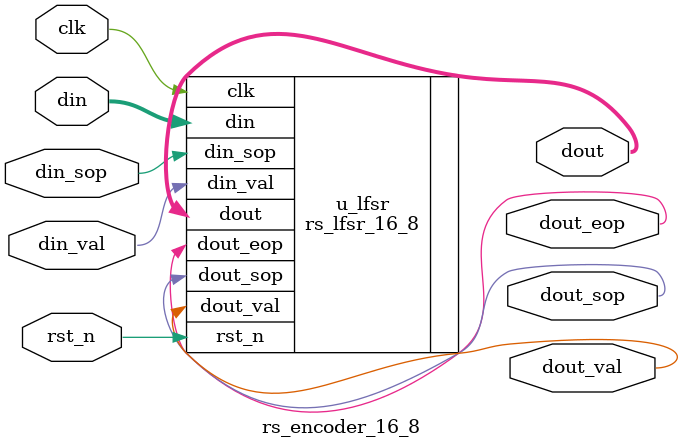
<source format=v>
`timescale 1ns/1ps
module rs_encoder_16_8 (
    input        clk,
    input        rst_n,
    input        din_val,
    input        din_sop,
    input  [7:0] din,
    output       dout_val,
    output       dout_sop,
    output       dout_eop,
    output [7:0] dout
);

    rs_lfsr_16_8 u_lfsr (
        .clk      (clk),
        .rst_n    (rst_n),
        .din_val  (din_val),
        .din_sop  (din_sop),
        .din      (din),
        .dout_val (dout_val),
        .dout_sop (dout_sop),
        .dout_eop (dout_eop),
        .dout     (dout)
    );

endmodule

</source>
